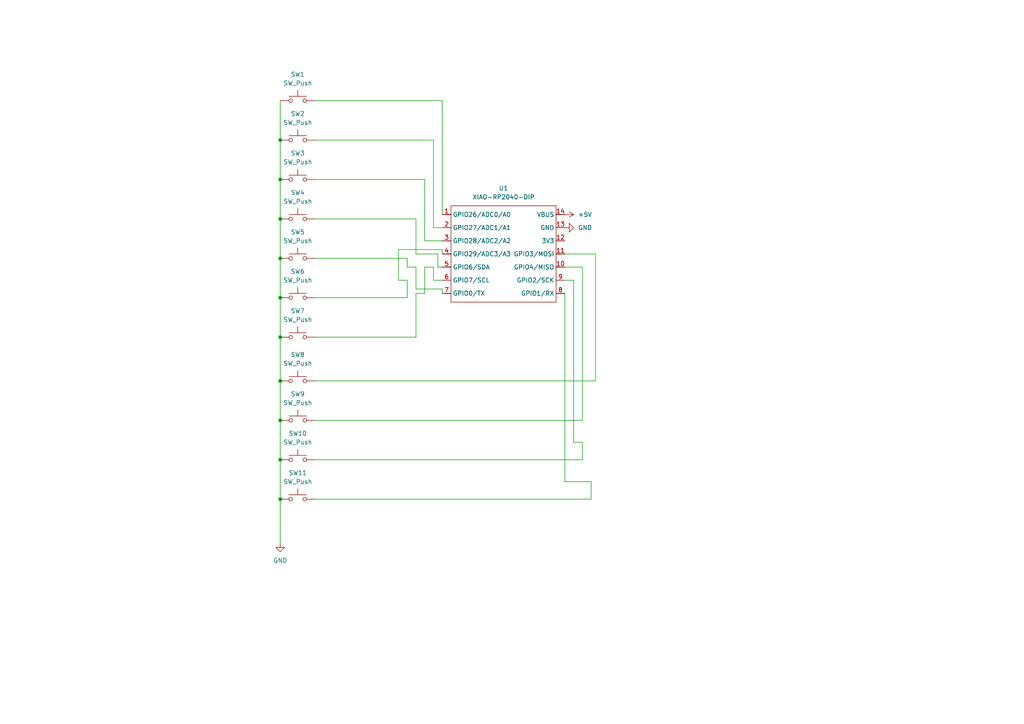
<source format=kicad_sch>
(kicad_sch (version 20231120) (generator "eeschema") (generator_version "8.0")
  (paper "A4")
  (lib_symbols
    (symbol "OPL:XIAO-RP2040-DIP"
      (property "Reference" "U" (at 0 0 0))
      (property "Value" "XIAO-RP2040-DIP" (at 5.334 -1.778 0))
      (symbol "XIAO-RP2040-DIP_1_0"
        (polyline (pts (xy -1.27 -30.48) (xy -1.27 -16.51)) (stroke (width 0.1524)))
        (polyline (pts (xy -1.27 -27.94) (xy -2.54 -27.94)) (stroke (width 0.1524)))
        (polyline (pts (xy -1.27 -24.13) (xy -2.54 -24.13)) (stroke (width 0.1524)))
        (polyline (pts (xy -1.27 -20.32) (xy -2.54 -20.32)) (stroke (width 0.1524)))
        (polyline (pts (xy -1.27 -16.51) (xy -2.54 -16.51)) (stroke (width 0.1524)))
        (polyline (pts (xy -1.27 -16.51) (xy -1.27 -12.7)) (stroke (width 0.1524)))
        (polyline (pts (xy -1.27 -12.7) (xy -2.54 -12.7)) (stroke (width 0.1524)))
        (polyline (pts (xy -1.27 -12.7) (xy -1.27 -8.89)) (stroke (width 0.1524)))
        (polyline (pts (xy -1.27 -8.89) (xy -2.54 -8.89)) (stroke (width 0.1524)))
        (polyline (pts (xy -1.27 -8.89) (xy -1.27 -5.08)) (stroke (width 0.1524)))
        (polyline (pts (xy -1.27 -5.08) (xy -2.54 -5.08)) (stroke (width 0.1524)))
        (polyline (pts (xy -1.27 -5.08) (xy -1.27 -2.54)) (stroke (width 0.1524)))
        (polyline (pts (xy -1.27 -2.54) (xy 29.21 -2.54)) (stroke (width 0.1524)))
        (polyline (pts (xy 29.21 -30.48) (xy -1.27 -30.48)) (stroke (width 0.1524)))
        (polyline (pts (xy 29.21 -12.7) (xy 29.21 -30.48)) (stroke (width 0.1524)))
        (polyline (pts (xy 29.21 -8.89) (xy 29.21 -12.7)) (stroke (width 0.1524)))
        (polyline (pts (xy 29.21 -5.08) (xy 29.21 -8.89)) (stroke (width 0.1524)))
        (polyline (pts (xy 29.21 -2.54) (xy 29.21 -5.08)) (stroke (width 0.1524)))
        (polyline (pts (xy 30.48 -27.94) (xy 29.21 -27.94)) (stroke (width 0.1524)))
        (polyline (pts (xy 30.48 -24.13) (xy 29.21 -24.13)) (stroke (width 0.1524)))
        (polyline (pts (xy 30.48 -20.32) (xy 29.21 -20.32)) (stroke (width 0.1524)))
        (polyline (pts (xy 30.48 -16.51) (xy 29.21 -16.51)) (stroke (width 0.1524)))
        (polyline (pts (xy 30.48 -12.7) (xy 29.21 -12.7)) (stroke (width 0.1524)))
        (polyline (pts (xy 30.48 -8.89) (xy 29.21 -8.89)) (stroke (width 0.1524)))
        (polyline (pts (xy 30.48 -5.08) (xy 29.21 -5.08)) (stroke (width 0.1524)))
        (pin passive line (at -3.81 -5.08 0) (length 2.54) (name "GPIO26/ADC0/A0") (number "1"))
        (pin passive line (at 31.75 -20.32 180) (length 2.54) (name "GPIO4/MISO") (number "10"))
        (pin passive line (at 31.75 -16.51 180) (length 2.54) (name "GPIO3/MOSI") (number "11"))
        (pin passive line (at 31.75 -12.7 180) (length 2.54) (name "3V3") (number "12"))
        (pin passive line (at 31.75 -8.89 180) (length 2.54) (name "GND") (number "13"))
        (pin passive line (at 31.75 -5.08 180) (length 2.54) (name "VBUS") (number "14"))
        (pin passive line (at -3.81 -8.89 0) (length 2.54) (name "GPIO27/ADC1/A1") (number "2"))
        (pin passive line (at -3.81 -12.7 0) (length 2.54) (name "GPIO28/ADC2/A2") (number "3"))
        (pin passive line (at -3.81 -16.51 0) (length 2.54) (name "GPIO29/ADC3/A3") (number "4"))
        (pin passive line (at -3.81 -20.32 0) (length 2.54) (name "GPIO6/SDA") (number "5"))
        (pin passive line (at -3.81 -24.13 0) (length 2.54) (name "GPIO7/SCL") (number "6"))
        (pin passive line (at -3.81 -27.94 0) (length 2.54) (name "GPIO0/TX") (number "7"))
        (pin passive line (at 31.75 -27.94 180) (length 2.54) (name "GPIO1/RX") (number "8"))
        (pin passive line (at 31.75 -24.13 180) (length 2.54) (name "GPIO2/SCK") (number "9"))
      )
    )
    (symbol "Switch:SW_Push" (pin_numbers hide) (pin_names (offset 1.016) hide)
      (property "Reference" "SW" (at 1.27 2.54 0))
      (property "Value" "SW_Push" (at 0 -1.524 0))
      (symbol "SW_Push_0_1"
        (circle (center -2.032 0) (radius 0.508))
        (polyline (pts (xy 0 1.27) (xy 0 3.048)))
        (polyline (pts (xy 2.54 1.27) (xy -2.54 1.27)))
        (circle (center 2.032 0) (radius 0.508))
        (pin passive line (at -5.08 0 0) (length 2.54) (name "1") (number "1"))
        (pin passive line (at 5.08 0 180) (length 2.54) (name "2") (number "2"))
      )
    )
    (symbol "power:+5V" (power) (pin_numbers hide) (pin_names (offset 0) hide)
      (property "Value" "+5V" (at 0 3.556 0))
      (symbol "+5V_0_1"
        (polyline (pts (xy -0.762 1.27) (xy 0 2.54)))
        (polyline (pts (xy 0 0) (xy 0 2.54)))
        (polyline (pts (xy 0 2.54) (xy 0.762 1.27)))
      )
      (symbol "+5V_1_1"
        (pin power_in line (at 0 0 90) (length 0) (name "~") (number "1"))
      )
    )
    (symbol "power:GND" (power) (pin_numbers hide) (pin_names (offset 0) hide)
      (property "Value" "GND" (at 0 -3.81 0))
      (symbol "GND_0_1"
        (polyline (pts (xy 0 0) (xy 0 -1.27) (xy 1.27 -1.27) (xy 0 -2.54) (xy -1.27 -1.27) (xy 0 -1.27)))
      )
      (symbol "GND_1_1"
        (pin power_in line (at 0 0 270) (length 0) (name "~") (number "1"))
      )
    )
  )
  (junction (at 81.28 144.78))
  (junction (at 81.28 121.92))
  (junction (at 81.28 133.35))
  (junction (at 81.28 52.07))
  (junction (at 81.28 97.79))
  (junction (at 81.28 40.64))
  (junction (at 81.28 63.5))
  (junction (at 81.28 74.93))
  (junction (at 81.28 110.49))
  (junction (at 81.28 86.36))
  (wire (pts (xy 91.44 121.92) (xy 168.91 121.92)))
  (wire (pts (xy 91.44 63.5) (xy 120.65 63.5)))
  (wire (pts (xy 91.44 110.49) (xy 172.72 110.49)))
  (wire (pts (xy 118.11 86.36) (xy 118.11 81.28)))
  (wire (pts (xy 115.57 72.39) (xy 128.27 72.39)))
  (wire (pts (xy 120.65 97.79) (xy 120.65 85.09)))
  (wire (pts (xy 123.19 77.47) (xy 125.73 77.47)))
  (wire (pts (xy 91.44 74.93) (xy 118.11 74.93)))
  (wire (pts (xy 120.65 63.5) (xy 120.65 73.66)))
  (wire (pts (xy 81.28 86.36) (xy 81.28 97.79)))
  (wire (pts (xy 125.73 81.28) (xy 128.27 81.28)))
  (wire (pts (xy 115.57 81.28) (xy 115.57 72.39)))
  (wire (pts (xy 168.91 77.47) (xy 163.83 77.47)))
  (wire (pts (xy 81.28 63.5) (xy 81.28 74.93)))
  (wire (pts (xy 171.45 139.7) (xy 163.83 139.7)))
  (wire (pts (xy 91.44 133.35) (xy 168.91 133.35)))
  (wire (pts (xy 128.27 83.82) (xy 128.27 85.09)))
  (wire (pts (xy 81.28 40.64) (xy 81.28 52.07)))
  (wire (pts (xy 168.91 133.35) (xy 168.91 128.27)))
  (wire (pts (xy 81.28 133.35) (xy 81.28 144.78)))
  (wire (pts (xy 118.11 77.47) (xy 120.65 77.47)))
  (wire (pts (xy 91.44 29.21) (xy 128.27 29.21)))
  (wire (pts (xy 91.44 40.64) (xy 125.73 40.64)))
  (wire (pts (xy 168.91 128.27) (xy 166.37 128.27)))
  (wire (pts (xy 125.73 66.04) (xy 128.27 66.04)))
  (wire (pts (xy 91.44 86.36) (xy 118.11 86.36)))
  (wire (pts (xy 128.27 29.21) (xy 128.27 62.23)))
  (wire (pts (xy 81.28 97.79) (xy 81.28 110.49)))
  (wire (pts (xy 168.91 121.92) (xy 168.91 77.47)))
  (wire (pts (xy 81.28 29.21) (xy 81.28 40.64)))
  (wire (pts (xy 81.28 144.78) (xy 81.28 157.48)))
  (wire (pts (xy 120.65 83.82) (xy 128.27 83.82)))
  (wire (pts (xy 163.83 73.66) (xy 172.72 73.66)))
  (wire (pts (xy 120.65 85.09) (xy 123.19 85.09)))
  (wire (pts (xy 120.65 73.66) (xy 127 73.66)))
  (wire (pts (xy 91.44 144.78) (xy 171.45 144.78)))
  (wire (pts (xy 118.11 74.93) (xy 118.11 77.47)))
  (wire (pts (xy 91.44 97.79) (xy 120.65 97.79)))
  (wire (pts (xy 125.73 40.64) (xy 125.73 66.04)))
  (wire (pts (xy 123.19 52.07) (xy 123.19 69.85)))
  (wire (pts (xy 128.27 72.39) (xy 128.27 73.66)))
  (wire (pts (xy 120.65 77.47) (xy 120.65 83.82)))
  (wire (pts (xy 163.83 139.7) (xy 163.83 85.09)))
  (wire (pts (xy 123.19 85.09) (xy 123.19 77.47)))
  (wire (pts (xy 81.28 52.07) (xy 81.28 63.5)))
  (wire (pts (xy 123.19 69.85) (xy 128.27 69.85)))
  (wire (pts (xy 125.73 77.47) (xy 125.73 81.28)))
  (wire (pts (xy 172.72 110.49) (xy 172.72 73.66)))
  (wire (pts (xy 118.11 81.28) (xy 115.57 81.28)))
  (wire (pts (xy 166.37 128.27) (xy 166.37 81.28)))
  (wire (pts (xy 127 77.47) (xy 128.27 77.47)))
  (wire (pts (xy 91.44 52.07) (xy 123.19 52.07)))
  (wire (pts (xy 81.28 121.92) (xy 81.28 133.35)))
  (wire (pts (xy 166.37 81.28) (xy 163.83 81.28)))
  (wire (pts (xy 171.45 144.78) (xy 171.45 139.7)))
  (wire (pts (xy 81.28 74.93) (xy 81.28 86.36)))
  (wire (pts (xy 81.28 110.49) (xy 81.28 121.92)))
  (wire (pts (xy 127 73.66) (xy 127 77.47)))
  (symbol (lib_id "Switch:SW_Push") (at 86.36 133.35 0) (unit 1)
    (property "Reference" "SW10" (at 86.36 125.73 0))
    (property "Value" "SW_Push" (at 86.36 128.27 0))
    (property "Footprint" "Button_Switch_Keyboard:SW_Cherry_MX_1.00u_PCB" (effects (hide yes)))
    (property "Description" "Push button switch, generic, two pins" (effects (hide yes)))
  )
  (symbol (lib_id "Switch:SW_Push") (at 86.36 40.64 0) (unit 1)
    (property "Reference" "SW2" (at 86.36 33.02 0))
    (property "Value" "SW_Push" (at 86.36 35.56 0))
    (property "Footprint" "Button_Switch_Keyboard:SW_Cherry_MX_1.00u_PCB" (effects (hide yes)))
    (property "Description" "Push button switch, generic, two pins" (effects (hide yes)))
  )
  (symbol (lib_id "power:GND") (at 163.83 66.04 90) (unit 1)
    (property "Reference" "#PWR02" (effects (hide yes)))
    (property "Value" "GND" (at 167.64 66.0399 90) (effects (justify right)))
    (property "Description" "Power symbol creates a global label with name \"GND\" , ground" (effects (hide yes)))
  )
  (symbol (lib_id "Switch:SW_Push") (at 86.36 121.92 0) (unit 1)
    (property "Reference" "SW9" (at 86.36 114.3 0))
    (property "Value" "SW_Push" (at 86.36 116.84 0))
    (property "Footprint" "Button_Switch_Keyboard:SW_Cherry_MX_1.00u_PCB" (effects (hide yes)))
    (property "Description" "Push button switch, generic, two pins" (effects (hide yes)))
  )
  (symbol (lib_id "power:+5V") (at 163.83 62.23 270) (unit 1)
    (property "Reference" "#PWR03" (effects (hide yes)))
    (property "Value" "+5V" (at 167.64 62.2299 90) (effects (justify left)))
    (property "Description" "Power symbol creates a global label with name \"+5V\"" (effects (hide yes)))
  )
  (symbol (lib_id "power:GND") (at 81.28 157.48 0) (unit 1)
    (property "Reference" "#PWR01" (effects (hide yes)))
    (property "Value" "GND" (at 81.28 162.56 0))
    (property "Description" "Power symbol creates a global label with name \"GND\" , ground" (effects (hide yes)))
  )
  (symbol (lib_id "Switch:SW_Push") (at 86.36 97.79 0) (unit 1)
    (property "Reference" "SW7" (at 86.36 90.17 0))
    (property "Value" "SW_Push" (at 86.36 92.71 0))
    (property "Footprint" "Button_Switch_Keyboard:SW_Cherry_MX_1.00u_PCB" (effects (hide yes)))
    (property "Description" "Push button switch, generic, two pins" (effects (hide yes)))
  )
  (symbol (lib_id "Switch:SW_Push") (at 86.36 144.78 0) (unit 1)
    (property "Reference" "SW11" (at 86.36 137.16 0))
    (property "Value" "SW_Push" (at 86.36 139.7 0))
    (property "Footprint" "Button_Switch_Keyboard:SW_Cherry_MX_1.00u_PCB" (effects (hide yes)))
    (property "Description" "Push button switch, generic, two pins" (effects (hide yes)))
  )
  (symbol (lib_id "Switch:SW_Push") (at 86.36 29.21 0) (unit 1)
    (property "Reference" "SW1" (at 86.36 21.59 0))
    (property "Value" "SW_Push" (at 86.36 24.13 0))
    (property "Footprint" "Button_Switch_Keyboard:SW_Cherry_MX_1.00u_PCB" (effects (hide yes)))
    (property "Description" "Push button switch, generic, two pins" (effects (hide yes)))
  )
  (symbol (lib_id "Switch:SW_Push") (at 86.36 52.07 0) (unit 1)
    (property "Reference" "SW3" (at 86.36 44.45 0))
    (property "Value" "SW_Push" (at 86.36 46.99 0))
    (property "Footprint" "Button_Switch_Keyboard:SW_Cherry_MX_1.00u_PCB" (effects (hide yes)))
    (property "Description" "Push button switch, generic, two pins" (effects (hide yes)))
  )
  (symbol (lib_id "OPL:XIAO-RP2040-DIP") (at 132.08 57.15 0) (unit 1)
    (property "Reference" "U1" (at 146.05 54.61 0))
    (property "Value" "XIAO-RP2040-DIP" (at 146.05 57.15 0))
    (property "Footprint" "OPL:XIAO-RP2040-DIP" (effects (hide yes)))
  )
  (symbol (lib_id "Switch:SW_Push") (at 86.36 74.93 0) (unit 1)
    (property "Reference" "SW5" (at 86.36 67.31 0))
    (property "Value" "SW_Push" (at 86.36 69.85 0))
    (property "Footprint" "Button_Switch_Keyboard:SW_Cherry_MX_1.00u_PCB" (effects (hide yes)))
    (property "Description" "Push button switch, generic, two pins" (effects (hide yes)))
  )
  (symbol (lib_id "Switch:SW_Push") (at 86.36 110.49 0) (unit 1)
    (property "Reference" "SW8" (at 86.36 102.87 0))
    (property "Value" "SW_Push" (at 86.36 105.41 0))
    (property "Footprint" "Button_Switch_Keyboard:SW_Cherry_MX_1.00u_PCB" (effects (hide yes)))
    (property "Description" "Push button switch, generic, two pins" (effects (hide yes)))
  )
  (symbol (lib_id "Switch:SW_Push") (at 86.36 86.36 0) (unit 1)
    (property "Reference" "SW6" (at 86.36 78.74 0))
    (property "Value" "SW_Push" (at 86.36 81.28 0))
    (property "Footprint" "Button_Switch_Keyboard:SW_Cherry_MX_1.00u_PCB" (effects (hide yes)))
    (property "Description" "Push button switch, generic, two pins" (effects (hide yes)))
  )
  (symbol (lib_id "Switch:SW_Push") (at 86.36 63.5 0) (unit 1)
    (property "Reference" "SW4" (at 86.36 55.88 0))
    (property "Value" "SW_Push" (at 86.36 58.42 0))
    (property "Footprint" "Button_Switch_Keyboard:SW_Cherry_MX_1.00u_PCB" (effects (hide yes)))
    (property "Description" "Push button switch, generic, two pins" (effects (hide yes)))
  )
)
</source>
